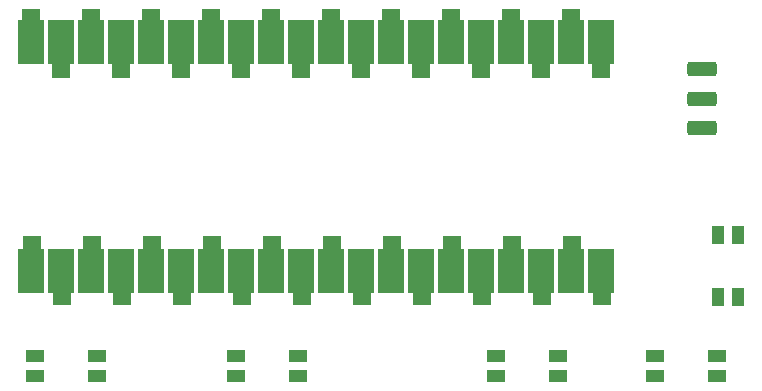
<source format=gbr>
%TF.GenerationSoftware,KiCad,Pcbnew,9.0.0*%
%TF.CreationDate,2025-07-04T19:45:25-07:00*%
%TF.ProjectId,bubby2,62756262-7932-42e6-9b69-6361645f7063,rev?*%
%TF.SameCoordinates,Original*%
%TF.FileFunction,Paste,Top*%
%TF.FilePolarity,Positive*%
%FSLAX46Y46*%
G04 Gerber Fmt 4.6, Leading zero omitted, Abs format (unit mm)*
G04 Created by KiCad (PCBNEW 9.0.0) date 2025-07-04 19:45:25*
%MOMM*%
%LPD*%
G01*
G04 APERTURE LIST*
G04 Aperture macros list*
%AMRoundRect*
0 Rectangle with rounded corners*
0 $1 Rounding radius*
0 $2 $3 $4 $5 $6 $7 $8 $9 X,Y pos of 4 corners*
0 Add a 4 corners polygon primitive as box body*
4,1,4,$2,$3,$4,$5,$6,$7,$8,$9,$2,$3,0*
0 Add four circle primitives for the rounded corners*
1,1,$1+$1,$2,$3*
1,1,$1+$1,$4,$5*
1,1,$1+$1,$6,$7*
1,1,$1+$1,$8,$9*
0 Add four rect primitives between the rounded corners*
20,1,$1+$1,$2,$3,$4,$5,0*
20,1,$1+$1,$4,$5,$6,$7,0*
20,1,$1+$1,$6,$7,$8,$9,0*
20,1,$1+$1,$8,$9,$2,$3,0*%
G04 Aperture macros list end*
%ADD10R,1.550000X1.000000*%
%ADD11RoundRect,0.250000X1.000000X-0.375000X1.000000X0.375000X-1.000000X0.375000X-1.000000X-0.375000X0*%
%ADD12R,1.000000X1.550000*%
%ADD13R,2.200000X3.800000*%
%ADD14R,1.500000X2.500000*%
G04 APERTURE END LIST*
D10*
%TO.C,SW1*%
X233985000Y-127045000D03*
X228735000Y-127045000D03*
X233985000Y-125345000D03*
X228735000Y-125345000D03*
%TD*%
%TO.C,SW0*%
X247425000Y-127045000D03*
X242175000Y-127045000D03*
X247425000Y-125345000D03*
X242175000Y-125345000D03*
%TD*%
%TO.C,SW2*%
X211960000Y-127060000D03*
X206710000Y-127060000D03*
X211960000Y-125360000D03*
X206710000Y-125360000D03*
%TD*%
D11*
%TO.C,SW5*%
X246210000Y-106100000D03*
X246210000Y-103600000D03*
X246210000Y-101100000D03*
%TD*%
D10*
%TO.C,SW3*%
X194925000Y-127045000D03*
X189675000Y-127045000D03*
X194925000Y-125345000D03*
X189675000Y-125345000D03*
%TD*%
D12*
%TO.C,SW4*%
X249245000Y-115150000D03*
X249245000Y-120400000D03*
X247545000Y-115150000D03*
X247545000Y-120400000D03*
%TD*%
D13*
%TO.C,A1*%
X189390000Y-118210000D03*
X191930000Y-118210000D03*
X194470000Y-118210000D03*
X197010000Y-118210000D03*
X199550000Y-118210000D03*
X202090000Y-118210000D03*
X204630000Y-118210000D03*
X207170000Y-118210000D03*
X209710000Y-118210000D03*
X212250000Y-118210000D03*
X214790000Y-118210000D03*
X217330000Y-118210000D03*
X219870000Y-118210000D03*
X222410000Y-118210000D03*
X224950000Y-118210000D03*
X227490000Y-118210000D03*
X230030000Y-118210000D03*
X232570000Y-118210000D03*
X235110000Y-118210000D03*
X237650000Y-118210000D03*
X189390000Y-98830000D03*
X191930000Y-98830000D03*
X194470000Y-98830000D03*
X197010000Y-98830000D03*
X199550000Y-98830000D03*
X202090000Y-98830000D03*
X204630000Y-98830000D03*
X207170000Y-98830000D03*
X209710000Y-98830000D03*
X212250000Y-98830000D03*
X214790000Y-98830000D03*
X217330000Y-98830000D03*
X219870000Y-98830000D03*
X222410000Y-98830000D03*
X224950000Y-98830000D03*
X227490000Y-98830000D03*
X230030000Y-98830000D03*
X232570000Y-98830000D03*
X235110000Y-98830000D03*
X237650000Y-98830000D03*
D14*
X189420000Y-116500000D03*
X191960000Y-119800000D03*
X194500000Y-116500000D03*
X197040000Y-119800000D03*
X199580000Y-116500000D03*
X202120000Y-119800000D03*
X204660000Y-116500000D03*
X207200000Y-119800000D03*
X209740000Y-116500000D03*
X212280000Y-119800000D03*
X214820000Y-116500000D03*
X217360000Y-119800000D03*
X219900000Y-116500000D03*
X222440000Y-119800000D03*
X224980000Y-116500000D03*
X227520000Y-119800000D03*
X230060000Y-116500000D03*
X232600000Y-119800000D03*
X235140000Y-116500000D03*
X237680000Y-119800000D03*
X237650000Y-100570000D03*
X235110000Y-97270000D03*
X232570000Y-100570000D03*
X230030000Y-97270000D03*
X227490000Y-100570000D03*
X224950000Y-97270000D03*
X222410000Y-100570000D03*
X219870000Y-97270000D03*
X217330000Y-100570000D03*
X214790000Y-97270000D03*
X212250000Y-100570000D03*
X209710000Y-97270000D03*
X207170000Y-100570000D03*
X204630000Y-97270000D03*
X202090000Y-100570000D03*
X199550000Y-97270000D03*
X197010000Y-100570000D03*
X194470000Y-97270000D03*
X191930000Y-100570000D03*
X189390000Y-97270000D03*
%TD*%
M02*

</source>
